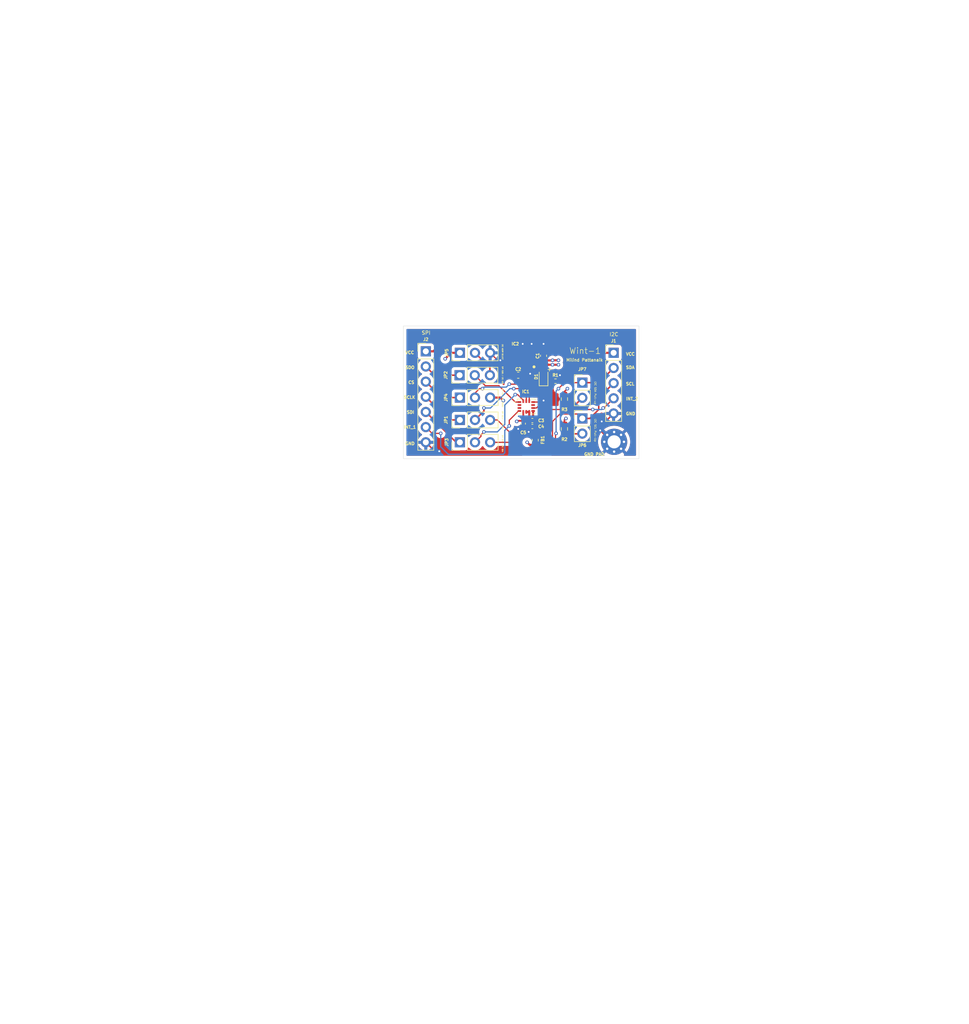
<source format=kicad_pcb>
(kicad_pcb (version 20240108) (generator "pcbnew") (generator_version "8.0")
  (layers (0 "F.Cu" signal) (1 "In1.Cu" signal) (2 "In2.Cu" signal) (31 "B.Cu" signal) (34 "B.Paste" user) (35 "F.Paste" user) (36 "B.SilkS" user "B.Silkscreen") (37 "F.SilkS" user "F.Silkscreen") (38 "B.Mask" user) (39 "F.Mask" user) (44 "Edge.Cuts" user))
  (net 0 "")
  (net 1 "GND")
  (net 2 "+3.3V")
  (net 3 "VCC")
  (net 4 "VDDF")
  (net 5 "Net-(D1-K)")
  (net 6 "I2C_VDDIO {slash} SPI_CS")
  (net 7 "I2C_SDA {slash} SPI_SDI")
  (net 8 "INT_1")
  (net 9 "INT_2 {slash} FSYNC {slash} CLKIN")
  (net 13 "I2C_SCL {slash} SPI_SCLK")
  (net 14 "I2C_AD0 {slash} SPI_SDO")
  (net 16 "I2C_SCL")
  (net 17 "I2C_SDA")
  (net 18 "SPI_SCLK")
  (net 19 "SPI_SDO")
  (net 20 "SPI_CS")
  (net 21 "SPI_SDI")
  (net 22 "I2C_ADO")
  (net 23 "Net-(JP6-B)")
  (net 24 "Net-(JP7-B)")
  (footprint "Connector_PinHeader_2.54mm:PinHeader_1x02_P2.54mm_Vertical" (layer "F.Cu") (at 160.5 98.75)
    (property "Reference" "JP6" (at 0 4.5 0) (layer "F.SilkS") (effects (font (size 0.5 0.5) (thickness 0.125))))
    (property "Value" "Jumper_2_Open")
    (fp_line (start -1.33 -1.33) (end 0 -1.33) (stroke (width 0.12)) (layer "F.SilkS"))
    (fp_line (start -1.33 0) (end -1.33 -1.33) (stroke (width 0.12)) (layer "F.SilkS"))
    (fp_line (start -1.33 1.27) (end -1.33 3.87) (stroke (width 0.12)) (layer "F.SilkS"))
    (fp_line (start -1.33 1.27) (end 1.33 1.27) (stroke (width 0.12)) (layer "F.SilkS"))
    (fp_line (start -1.33 3.87) (end 1.33 3.87) (stroke (width 0.12)) (layer "F.SilkS"))
    (fp_line (start 1.33 1.27) (end 1.33 3.87) (stroke (width 0.12)) (layer "F.SilkS"))
    (pad "1" thru_hole rect (at 0 0) (size 1.7 1.7) (drill 1) (layers "*.Cu" "*.Mask") (net 16 "I2C_SCL"))
    (pad "2" thru_hole oval (at 0 2.54) (size 1.7 1.7) (drill 1) (layers "*.Cu" "*.Mask") (net 23 "Net-(JP6-B)"))
  )
  (footprint "Capacitor_SMD:C_0603_1608Metric" (layer "F.Cu") (at 154 88.25 90)
    (property "Reference" "C1" (at 0 -1 -90) (layer "F.SilkS") (effects (font (size 0.5 0.5) (thickness 0.125))))
    (property "Value" "10uF")
    (fp_line (start -0.14058 -0.51) (end 0.14058 -0.51) (stroke (width 0.12)) (layer "F.SilkS"))
    (fp_line (start -0.14058 0.51) (end 0.14058 0.51) (stroke (width 0.12)) (layer "F.SilkS"))
    (pad "1" smd roundrect (at -0.775 0 90) (size 0.9 0.95) (layers "F.Cu" "F.Paste" "F.Mask") (net 2 "+3.3V"))
    (pad "2" smd roundrect (at 0.775 0 90) (size 0.9 0.95) (layers "F.Cu" "F.Paste" "F.Mask") (net 1 "GND"))
  )
  (footprint "Connector_PinHeader_2.54mm:PinHeader_1x03_P2.54mm_Vertical" (layer "F.Cu") (at 139.96 95.25 90)
    (property "Reference" "JP4" (at 0 -2.33 -90) (layer "F.SilkS") (effects (font (size 0.5 0.5) (thickness 0.125))))
    (property "Value" "Jumper_3_Open")
    (fp_line (start -1.33 -1.33) (end 0 -1.33) (stroke (width 0.12)) (layer "F.SilkS"))
    (fp_line (start -1.33 0) (end -1.33 -1.33) (stroke (width 0.12)) (layer "F.SilkS"))
    (fp_line (start 1.33 1.27) (end 1.33 6.41) (stroke (width 0.12)) (layer "F.SilkS"))
    (fp_line (start -1.33 1.27) (end 1.33 1.27) (stroke (width 0.12)) (layer "F.SilkS"))
    (fp_line (start -1.33 1.27) (end -1.33 6.41) (stroke (width 0.12)) (layer "F.SilkS"))
    (fp_line (start -1.33 6.41) (end 1.33 6.41) (stroke (width 0.12)) (layer "F.SilkS"))
    (pad "1" thru_hole rect (at 0 0 90) (size 1.7 1.7) (drill 1) (layers "*.Cu" "*.Mask") (net 20 "SPI_CS"))
    (pad "2" thru_hole oval (at 0 2.54 90) (size 1.7 1.7) (drill 1) (layers "*.Cu" "*.Mask") (net 6 "I2C_VDDIO {slash} SPI_CS"))
    (pad "3" thru_hole oval (at 0 5.08 90) (size 1.7 1.7) (drill 1) (layers "*.Cu" "*.Mask") (net 2 "+3.3V"))
  )
  (footprint "Connector_PinHeader_2.54mm:PinHeader_1x03_P2.54mm_Vertical" (layer "F.Cu") (at 139.96 87.75 90)
    (property "Reference" "JP5" (at 0 -2.21 -90) (layer "F.SilkS") (effects (font (size 0.5 0.5) (thickness 0.125))))
    (property "Value" "Jumper_3_Open")
    (fp_line (start -1.33 -1.33) (end 0 -1.33) (stroke (width 0.12)) (layer "F.SilkS"))
    (fp_line (start -1.33 0) (end -1.33 -1.33) (stroke (width 0.12)) (layer "F.SilkS"))
    (fp_line (start 1.33 1.27) (end 1.33 6.41) (stroke (width 0.12)) (layer "F.SilkS"))
    (fp_line (start -1.33 1.27) (end 1.33 1.27) (stroke (width 0.12)) (layer "F.SilkS"))
    (fp_line (start -1.33 1.27) (end -1.33 6.41) (stroke (width 0.12)) (layer "F.SilkS"))
    (fp_line (start -1.33 6.41) (end 1.33 6.41) (stroke (width 0.12)) (layer "F.SilkS"))
    (pad "1" thru_hole rect (at 0 0 90) (size 1.7 1.7) (drill 1) (layers "*.Cu" "*.Mask") (net 2 "+3.3V"))
    (pad "2" thru_hole oval (at 0 2.54 90) (size 1.7 1.7) (drill 1) (layers "*.Cu" "*.Mask") (net 22 "I2C_ADO"))
    (pad "3" thru_hole oval (at 0 5.08 90) (size 1.7 1.7) (drill 1) (layers "*.Cu" "*.Mask") (net 1 "GND"))
  )
  (footprint "ICM-42688-P-Mouser:IIM42352" (layer "F.Cu") (at 151.1 96.75)
    (property "Reference" "IC1" (at -0.1 -2.5 0) (layer "F.SilkS") (effects (font (size 0.5 0.5) (thickness 0.125))))
    (property "Value" "ICM-42688-P" (hide yes))
    (fp_line (start -1.9 -0.8) (end -1.9 -0.8) (stroke (width 0.1)) (layer "F.SilkS"))
    (fp_line (start -1.9 -0.7) (end -1.9 -0.7) (stroke (width 0.1)) (layer "F.SilkS"))
    (fp_line (start -1.5 -1.25) (end -0.8 -1.25) (stroke (width 0.1)) (layer "F.SilkS"))
    (fp_line (start -1.5 -1) (end -1.5 -1.25) (stroke (width 0.1)) (layer "F.SilkS"))
    (fp_line (start -1.5 1.1) (end -1.5 1.25) (stroke (width 0.1)) (layer "F.SilkS"))
    (fp_line (start -1.5 1.25) (end -0.8 1.25) (stroke (width 0.1)) (layer "F.SilkS"))
    (fp_line (start 0.8 -1.25) (end 1.5 -1.25) (stroke (width 0.1)) (layer "F.SilkS"))
    (fp_line (start 0.8 1.25) (end 1.5 1.25) (stroke (width 0.1)) (layer "F.SilkS"))
    (fp_line (start 1.5 -1.25) (end 1.5 -1) (stroke (width 0.1)) (layer "F.SilkS"))
    (fp_line (start 1.5 1.25) (end 1.5 1) (stroke (width 0.1)) (layer "F.SilkS"))
    (fp_arc (start -1.9 -0.8) (mid -1.85 -0.75) (end -1.9 -0.7) (stroke (width 0.1)) (layer "F.SilkS"))
    (fp_arc (start -1.9 -0.7) (mid -1.95 -0.75) (end -1.9 -0.8) (stroke (width 0.1)) (layer "F.SilkS"))
    (pad "1" smd rect (at -1.15 -0.75 90) (size 0.3 0.6) (layers "F.Cu" "F.Paste" "F.Mask") (net 14 "I2C_AD0 {slash} SPI_SDO"))
    (pad "2" smd rect (at -1.15 -0.25 90) (size 0.3 0.6) (layers "F.Cu" "F.Paste" "F.Mask"))
    (pad "3" smd rect (at -1.15 0.25 90) (size 0.3 0.6) (layers "F.Cu" "F.Paste" "F.Mask"))
    (pad "4" smd rect (at -1.15 0.75 90) (size 0.3 0.6) (layers "F.Cu" "F.Paste" "F.Mask") (net 8 "INT_1"))
    (pad "5" smd rect (at -0.5 0.9) (size 0.3 0.6) (layers "F.Cu" "F.Paste" "F.Mask") (net 2 "+3.3V"))
    (pad "6" smd rect (at 0 0.9) (size 0.3 0.6) (layers "F.Cu" "F.Paste" "F.Mask") (net 1 "GND"))
    (pad "7" smd rect (at 0.5 0.9) (size 0.3 0.6) (layers "F.Cu" "F.Paste" "F.Mask") (net 1 "GND"))
    (pad "8" smd rect (at 1.15 0.75 90) (size 0.3 0.6) (layers "F.Cu" "F.Paste" "F.Mask") (net 4 "VDDF"))
    (pad "9" smd rect (at 1.15 0.25 90) (size 0.3 0.6) (layers "F.Cu" "F.Paste" "F.Mask") (net 9 "INT_2 {slash} FSYNC {slash} CLKIN"))
    (pad "10" smd rect (at 1.15 -0.25 90) (size 0.3 0.6) (layers "F.Cu" "F.Paste" "F.Mask"))
    (pad "11" smd rect (at 1.15 -0.75 90) (size 0.3 0.6) (layers "F.Cu" "F.Paste" "F.Mask") (net 1 "GND"))
    (pad "12" smd rect (at 0.5 -0.9) (size 0.3 0.6) (layers "F.Cu" "F.Paste" "F.Mask") (net 6 "I2C_VDDIO {slash} SPI_CS"))
    (pad "13" smd rect (at 0 -0.9) (size 0.3 0.6) (layers "F.Cu" "F.Paste" "F.Mask") (net 13 "I2C_SCL {slash} SPI_SCLK"))
    (pad "14" smd rect (at -0.5 -0.9) (size 0.3 0.6) (layers "F.Cu" "F.Paste" "F.Mask") (net 7 "I2C_SDA {slash} SPI_SDI"))
  )
  (footprint "Connector_PinHeader_2.54mm:PinHeader_1x07_P2.54mm_Vertical" (layer "F.Cu") (at 134.25 87.5)
    (property "Reference" "J2" (at 0 -2 0) (layer "F.SilkS") (effects (font (size 0.5 0.5) (thickness 0.125))))
    (property "Value" "Conn_01x07_Pin")
    (fp_line (start -1.33 -1.33) (end 0 -1.33) (stroke (width 0.12)) (layer "F.SilkS"))
    (fp_line (start -1.33 0) (end -1.33 -1.33) (stroke (width 0.12)) (layer "F.SilkS"))
    (fp_line (start -1.33 1.27) (end -1.33 16.57) (stroke (width 0.12)) (layer "F.SilkS"))
    (fp_line (start -1.33 1.27) (end 1.33 1.27) (stroke (width 0.12)) (layer "F.SilkS"))
    (fp_line (start -1.33 16.57) (end 1.33 16.57) (stroke (width 0.12)) (layer "F.SilkS"))
    (fp_line (start 1.33 1.27) (end 1.33 16.57) (stroke (width 0.12)) (layer "F.SilkS"))
    (pad "1" thru_hole rect (at 0 0) (size 1.7 1.7) (drill 1) (layers "*.Cu" "*.Mask") (net 3 "VCC"))
    (pad "2" thru_hole oval (at 0 2.54) (size 1.7 1.7) (drill 1) (layers "*.Cu" "*.Mask") (net 19 "SPI_SDO"))
    (pad "3" thru_hole oval (at 0 5.08) (size 1.7 1.7) (drill 1) (layers "*.Cu" "*.Mask") (net 20 "SPI_CS"))
    (pad "4" thru_hole oval (at 0 7.62) (size 1.7 1.7) (drill 1) (layers "*.Cu" "*.Mask") (net 18 "SPI_SCLK"))
    (pad "5" thru_hole oval (at 0 10.16) (size 1.7 1.7) (drill 1) (layers "*.Cu" "*.Mask") (net 21 "SPI_SDI"))
    (pad "6" thru_hole oval (at 0 12.7) (size 1.7 1.7) (drill 1) (layers "*.Cu" "*.Mask") (net 8 "INT_1"))
    (pad "7" thru_hole oval (at 0 15.24) (size 1.7 1.7) (drill 1) (layers "*.Cu" "*.Mask") (net 1 "GND"))
  )
  (footprint "LED_SMD:LED_0603_1608Metric" (layer "F.Cu") (at 154 91.7875 90)
    (property "Reference" "D1" (at 0.0375 -1.25 -90) (layer "F.SilkS") (effects (font (size 0.5 0.5) (thickness 0.125))))
    (property "Value" "GR")
    (fp_line (start 0.8 -0.735) (end -1.485 -0.735) (stroke (width 0.12)) (layer "F.SilkS"))
    (fp_line (start -1.485 -0.735) (end -1.485 0.735) (stroke (width 0.12)) (layer "F.SilkS"))
    (fp_line (start -1.485 0.735) (end 0.8 0.735) (stroke (width 0.12)) (layer "F.SilkS"))
    (pad "1" smd roundrect (at -0.7875 0 90) (size 0.875 0.95) (layers "F.Cu" "F.Paste" "F.Mask") (net 5 "Net-(D1-K)"))
    (pad "2" smd roundrect (at 0.7875 0 90) (size 0.875 0.95) (layers "F.Cu" "F.Paste" "F.Mask") (net 2 "+3.3V"))
  )
  (footprint "Capacitor_SMD:C_0402_1005Metric" (layer "F.Cu") (at 150.6 99.62 -90)
    (property "Reference" "C5" (at 1.5 0 180) (layer "F.SilkS") (effects (font (size 0.5 0.5) (thickness 0.125))))
    (property "Value" "10nF")
    (fp_line (start -0.107836 0.36) (end 0.107836 0.36) (stroke (width 0.12)) (layer "F.SilkS"))
    (fp_line (start -0.107836 -0.36) (end 0.107836 -0.36) (stroke (width 0.12)) (layer "F.SilkS"))
    (pad "1" smd roundrect (at -0.48 0 270) (size 0.56 0.62) (layers "F.Cu" "F.Paste" "F.Mask") (net 2 "+3.3V"))
    (pad "2" smd roundrect (at 0.48 0 270) (size 0.56 0.62) (layers "F.Cu" "F.Paste" "F.Mask") (net 1 "GND"))
  )
  (footprint "SamacSys_Parts:SON95P300X300X100-7N-D" (layer "F.Cu") (at 150.5 88.45 180)
    (property "Reference" "IC2" (at 1.25 2.2 0) (layer "F.SilkS") (effects (font (size 0.5 0.5) (thickness 0.125))))
    (property "Value" "LD39200PU33R" (hide yes))
    (fp_circle (center -1.9 -1.65) (end -1.9 -1.525) (stroke (width 0.25)) (fill none) (layer "F.SilkS"))
    (pad "1" smd rect (at -1.5 -0.95 270) (size 0.4 0.8) (layers "F.Cu" "F.Paste" "F.Mask") (net 2 "+3.3V"))
    (pad "2" smd rect (at -1.5 0 270) (size 0.4 0.8) (layers "F.Cu" "F.Paste" "F.Mask") (net 2 "+3.3V"))
    (pad "3" smd rect (at -1.5 0.95 270) (size 0.4 0.8) (layers "F.Cu" "F.Paste" "F.Mask") (net 1 "GND"))
    (pad "4" smd rect (at 1.5 0.95 270) (size 0.4 0.8) (layers "F.Cu" "F.Paste" "F.Mask"))
    (pad "5" smd rect (at 1.5 0 270) (size 0.4 0.8) (layers "F.Cu" "F.Paste" "F.Mask") (net 3 "VCC"))
    (pad "6" smd rect (at 1.5 -0.95 270) (size 0.4 0.8) (layers "F.Cu" "F.Paste" "F.Mask") (net 3 "VCC"))
    (pad "7" smd rect (at 0 0 180) (size 1.75 2.5) (layers "F.Cu" "F.Paste" "F.Mask") (net 1 "GND"))
  )
  (footprint "Connector_PinHeader_2.54mm:PinHeader_1x05_P2.54mm_Vertical" (layer "F.Cu") (at 165.75 87.75)
    (property "Reference" "J1" (at 0 -2 0) (layer "F.SilkS") (effects (font (size 0.5 0.5) (thickness 0.125))))
    (property "Value" "Conn_01x05_Pin")
    (fp_line (start -1.33 -1.33) (end 0 -1.33) (stroke (width 0.12)) (layer "F.SilkS"))
    (fp_line (start -1.33 0) (end -1.33 -1.33) (stroke (width 0.12)) (layer "F.SilkS"))
    (fp_line (start -1.33 1.27) (end -1.33 11.49) (stroke (width 0.12)) (layer "F.SilkS"))
    (fp_line (start -1.33 1.27) (end 1.33 1.27) (stroke (width 0.12)) (layer "F.SilkS"))
    (fp_line (start -1.33 11.49) (end 1.33 11.49) (stroke (width 0.12)) (layer "F.SilkS"))
    (fp_line (start 1.33 1.27) (end 1.33 11.49) (stroke (width 0.12)) (layer "F.SilkS"))
    (pad "1" thru_hole rect (at 0 0) (size 1.7 1.7) (drill 1) (layers "*.Cu" "*.Mask") (net 3 "VCC"))
    (pad "2" thru_hole oval (at 0 2.54) (size 1.7 1.7) (drill 1) (layers "*.Cu" "*.Mask") (net 17 "I2C_SDA"))
    (pad "3" thru_hole oval (at 0 5.08) (size 1.7 1.7) (drill 1) (layers "*.Cu" "*.Mask") (net 16 "I2C_SCL"))
    (pad "4" thru_hole oval (at 0 7.62) (size 1.7 1.7) (drill 1) (layers "*.Cu" "*.Mask") (net 9 "INT_2 {slash} FSYNC {slash} CLKIN"))
    (pad "5" thru_hole oval (at 0 10.16) (size 1.7 1.7) (drill 1) (layers "*.Cu" "*.Mask") (net 1 "GND"))
  )
  (footprint "Connector_PinHeader_2.54mm:PinHeader_1x03_P2.54mm_Vertical" (layer "F.Cu") (at 139.96 102.75 90)
    (property "Reference" "JP3" (at 0 -2.21 -90) (layer "F.SilkS") (effects (font (size 0.5 0.5) (thickness 0.125))))
    (property "Value" "Jumper_3_Open")
    (fp_line (start -1.33 -1.33) (end 0 -1.33) (stroke (width 0.12)) (layer "F.SilkS"))
    (fp_line (start -1.33 0) (end -1.33 -1.33) (stroke (width 0.12)) (layer "F.SilkS"))
    (fp_line (start 1.33 1.27) (end 1.33 6.41) (stroke (width 0.12)) (layer "F.SilkS"))
    (fp_line (start -1.33 1.27) (end 1.33 1.27) (stroke (width 0.12)) (layer "F.SilkS"))
    (fp_line (start -1.33 1.27) (end -1.33 6.41) (stroke (width 0.12)) (layer "F.SilkS"))
    (fp_line (start -1.33 6.41) (end 1.33 6.41) (stroke (width 0.12)) (layer "F.SilkS"))
    (pad "1" thru_hole rect (at 0 0 90) (size 1.7 1.7) (drill 1) (layers "*.Cu" "*.Mask") (net 21 "SPI_SDI"))
    (pad "2" thru_hole oval (at 0 2.54 90) (size 1.7 1.7) (drill 1) (layers "*.Cu" "*.Mask") (net 7 "I2C_SDA {slash} SPI_SDI"))
    (pad "3" thru_hole oval (at 0 5.08 90) (size 1.7 1.7) (drill 1) (layers "*.Cu" "*.Mask") (net 17 "I2C_SDA"))
  )
  (footprint "Capacitor_SMD:C_0402_1005Metric" (layer "F.Cu") (at 152.12 99.1 180)
    (property "Reference" "C3" (at -1.48 0 180) (layer "F.SilkS") (effects (font (size 0.5 0.5) (thickness 0.125))))
    (property "Value" "0.1uF")
    (fp_line (start -0.107836 0.36) (end 0.107836 0.36) (stroke (width 0.12)) (layer "F.SilkS"))
    (fp_line (start -0.107836 -0.36) (end 0.107836 -0.36) (stroke (width 0.12)) (layer "F.SilkS"))
    (pad "1" smd roundrect (at -0.48 0 180) (size 0.56 0.62) (layers "F.Cu" "F.Paste" "F.Mask") (net 4 "VDDF"))
    (pad "2" smd roundrect (at 0.48 0 180) (size 0.56 0.62) (layers "F.Cu" "F.Paste" "F.Mask") (net 1 "GND"))
  )
  (footprint "Capacitor_SMD:C_0603_1608Metric" (layer "F.Cu") (at 149.75 91.5)
    (property "Reference" "C2" (at 0 -1 0) (layer "F.SilkS") (effects (font (size 0.5 0.5) (thickness 0.125))))
    (property "Value" "10uF")
    (fp_line (start -0.14058 -0.51) (end 0.14058 -0.51) (stroke (width 0.12)) (layer "F.SilkS"))
    (fp_line (start -0.14058 0.51) (end 0.14058 0.51) (stroke (width 0.12)) (layer "F.SilkS"))
    (pad "1" smd roundrect (at -0.775 0) (size 0.9 0.95) (layers "F.Cu" "F.Paste" "F.Mask") (net 3 "VCC"))
    (pad "2" smd roundrect (at 0.775 0) (size 0.9 0.95) (layers "F.Cu" "F.Paste" "F.Mask") (net 1 "GND"))
  )
  (footprint "Resistor_SMD:R_0603_1608Metric" (layer "F.Cu") (at 157.5 100.5 90)
    (property "Reference" "R2" (at -1.75 0 0) (layer "F.SilkS") (effects (font (size 0.5 0.5) (thickness 0.125))))
    (property "Value" "10k")
    (fp_line (start -0.237258 -0.5225) (end 0.237258 -0.5225) (stroke (width 0.12)) (layer "F.SilkS"))
    (fp_line (start -0.237258 0.5225) (end 0.237258 0.5225) (stroke (width 0.12)) (layer "F.SilkS"))
    (pad "1" smd roundrect (at -0.825 0 90) (size 0.8 0.95) (layers "F.Cu" "F.Paste" "F.Mask") (net 23 "Net-(JP6-B)"))
    (pad "2" smd roundrect (at 0.825 0 90) (size 0.8 0.95) (layers "F.Cu" "F.Paste" "F.Mask") (net 2 "+3.3V"))
  )
  (footprint "Connector_PinHeader_2.54mm:PinHeader_1x03_P2.54mm_Vertical" (layer "F.Cu") (at 139.92 91.5 90)
    (property "Reference" "JP2" (at 0 -2.33 -90) (layer "F.SilkS") (effects (font (size 0.5 0.5) (thickness 0.125))))
    (property "Value" "Jumper_3_Open")
    (fp_line (start -1.33 -1.33) (end 0 -1.33) (stroke (width 0.12)) (layer "F.SilkS"))
    (fp_line (start -1.33 0) (end -1.33 -1.33) (stroke (width 0.12)) (layer "F.SilkS"))
    (fp_line (start 1.33 1.27) (end 1.33 6.41) (stroke (width 0.12)) (layer "F.SilkS"))
    (fp_line (start -1.33 1.27) (end 1.33 1.27) (stroke (width 0.12)) (layer "F.SilkS"))
    (fp_line (start -1.33 1.27) (end -1.33 6.41) (stroke (width 0.12)) (layer "F.SilkS"))
    (fp_line (start -1.33 6.41) (end 1.33 6.41) (stroke (width 0.12)) (layer "F.SilkS"))
    (pad "1" thru_hole rect (at 0 0 90) (size 1.7 1.7) (drill 1) (layers "*.Cu" "*.Mask") (net 19 "SPI_SDO"))
    (pad "2" thru_hole oval (at 0 2.54 90) (size 1.7 1.7) (drill 1) (layers "*.Cu" "*.Mask") (net 14 "I2C_AD0 {slash} SPI_SDO"))
    (pad "3" thru_hole oval (at 0 5.08 90) (size 1.7 1.7) (drill 1) (layers "*.Cu" "*.Mask") (net 22 "I2C_ADO"))
  )
  (footprint "Inductor_SMD:L_0603_1608Metric" (layer "F.Cu") (at 152.6 102.3875 90)
    (property "Reference" "FB1" (at 0.0375 1.25 -90) (layer "F.SilkS") (effects (font (size 0.5 0.5) (thickness 0.125))))
    (property "Value" "FerriteBead_Small")
    (fp_line (start -0.162779 -0.51) (end 0.162779 -0.51) (stroke (width 0.12)) (layer "F.SilkS"))
    (fp_line (start -0.162779 0.51) (end 0.162779 0.51) (stroke (width 0.12)) (layer "F.SilkS"))
    (pad "1" smd roundrect (at -0.7875 0 90) (size 0.875 0.95) (layers "F.Cu" "F.Paste" "F.Mask") (net 2 "+3.3V"))
    (pad "2" smd roundrect (at 0.7875 0 90) (size 0.875 0.95) (layers "F.Cu" "F.Paste" "F.Mask") (net 4 "VDDF"))
  )
  (footprint "Capacitor_SMD:C_0402_1005Metric" (layer "F.Cu") (at 152.12 100.1 180)
    (property "Reference" "C4" (at -1.48 0 180) (layer "F.SilkS") (effects (font (size 0.5 0.5) (thickness 0.125))))
    (property "Value" "2.2uF")
    (fp_line (start -0.107836 0.36) (end 0.107836 0.36) (stroke (width 0.12)) (layer "F.SilkS"))
    (fp_line (start -0.107836 -0.36) (end 0.107836 -0.36) (stroke (width 0.12)) (layer "F.SilkS"))
    (pad "1" smd roundrect (at -0.48 0 180) (size 0.56 0.62) (layers "F.Cu" "F.Paste" "F.Mask") (net 4 "VDDF"))
    (pad "2" smd roundrect (at 0.48 0 180) (size 0.56 0.62) (layers "F.Cu" "F.Paste" "F.Mask") (net 1 "GND"))
  )
  (footprint "Connector_PinHeader_2.54mm:PinHeader_1x02_P2.54mm_Vertical" (layer "F.Cu") (at 160.5 92.75)
    (property "Reference" "JP7" (at 0 -2.25 0) (layer "F.SilkS") (effects (font (size 0.5 0.5) (thickness 0.125))))
    (property "Value" "Jumper_2_Open")
    (fp_line (start -1.33 -1.33) (end 0 -1.33) (stroke (width 0.12)) (layer "F.SilkS"))
    (fp_line (start -1.33 0) (end -1.33 -1.33) (stroke (width 0.12)) (layer "F.SilkS"))
    (fp_line (start -1.33 1.27) (end -1.33 3.87) (stroke (width 0.12)) (layer "F.SilkS"))
    (fp_line (start -1.33 1.27) (end 1.33 1.27) (stroke (width 0.12)) (layer "F.SilkS"))
    (fp_line (start -1.33 3.87) (end 1.33 3.87) (stroke (width 0.12)) (layer "F.SilkS"))
    (fp_line (start 1.33 1.27) (end 1.33 3.87) (stroke (width 0.12)) (layer "F.SilkS"))
    (pad "1" thru_hole rect (at 0 0) (size 1.7 1.7) (drill 1) (layers "*.Cu" "*.Mask") (net 17 "I2C_SDA"))
    (pad "2" thru_hole oval (at 0 2.54) (size 1.7 1.7) (drill 1) (layers "*.Cu" "*.Mask") (net 24 "Net-(JP7-B)"))
  )
  (footprint "Connector_PinHeader_2.54mm:PinHeader_1x03_P2.54mm_Vertical" (layer "F.Cu") (at 139.96 99 90)
    (property "Reference" "JP1" (at 0 -2.33 -90) (layer "F.SilkS") (effects (font (size 0.5 0.5) (thickness 0.125))))
    (property "Value" "Jumper_3_Open")
    (fp_line (start -1.33 -1.33) (end 0 -1.33) (stroke (width 0.12)) (layer "F.SilkS"))
    (fp_line (start -1.33 0) (end -1.33 -1.33) (stroke (width 0.12)) (layer "F.SilkS"))
    (fp_line (start 1.33 1.27) (end 1.33 6.41) (stroke (width 0.12)) (layer "F.SilkS"))
    (fp_line (start -1.33 1.27) (end 1.33 1.27) (stroke (width 0.12)) (layer "F.SilkS"))
    (fp_line (start -1.33 1.27) (end -1.33 6.41) (stroke (width 0.12)) (layer "F.SilkS"))
    (fp_line (start -1.33 6.41) (end 1.33 6.41) (stroke (width 0.12)) (layer "F.SilkS"))
    (pad "1" thru_hole rect (at 0 0 90) (size 1.7 1.7) (drill 1) (layers "*.Cu" "*.Mask") (net 18 "SPI_SCLK"))
    (pad "2" thru_hole oval (at 0 2.54 90) (size 1.7 1.7) (drill 1) (layers "*.Cu" "*.Mask") (net 13 "I2C_SCL {slash} SPI_SCLK"))
    (pad "3" thru_hole oval (at 0 5.08 90) (size 1.7 1.7) (drill 1) (layers "*.Cu" "*.Mask") (net 16 "I2C_SCL"))
  )
  (footprint "Resistor_SMD:R_0402_1005Metric" (layer "F.Cu") (at 156 92.5)
    (property "Reference" "R1" (at 0 -1 0) (layer "F.SilkS") (effects (font (size 0.5 0.5) (thickness 0.125))))
    (property "Value" "2.2k")
    (fp_line (start -0.153641 -0.38) (end 0.153641 -0.38) (stroke (width 0.12)) (layer "F.SilkS"))
    (fp_line (start -0.153641 0.38) (end 0.153641 0.38) (stroke (width 0.12)) (layer "F.SilkS"))
    (pad "1" smd roundrect (at -0.51 0) (size 0.54 0.64) (layers "F.Cu" "F.Paste" "F.Mask") (net 5 "Net-(D1-K)"))
    (pad "2" smd roundrect (at 0.51 0) (size 0.54 0.64) (layers "F.Cu" "F.Paste" "F.Mask") (net 1 "GND"))
  )
  (footprint "MountingHole:MountingHole_2.2mm_M2_Pad_Via" (layer "F.Cu") (at 165.833274 102.666726)
    (property "Reference" "GND PAD" (at -3.333274 2.083274 0) (layer "F.SilkS") (effects (font (size 0.5 0.5) (thickness 0.125))))
    (property "Value" "MountingHole_2.2mm_M2_Pad_Via")
    (pad "1" thru_hole circle (at -1.65 0) (size 0.7 0.7) (drill 0.4) (layers "*.Cu" "*.Mask") (net 1 "GND"))
    (pad "1" thru_hole circle (at -1.166726 -1.166726) (size 0.7 0.7) (drill 0.4) (layers "*.Cu" "*.Mask") (net 1 "GND"))
    (pad "1" thru_hole circle (at -1.166726 1.166726) (size 0.7 0.7) (drill 0.4) (layers "*.Cu" "*.Mask") (net 1 "GND"))
    (pad "1" thru_hole circle (at 0 -1.65) (size 0.7 0.7) (drill 0.4) (layers "*.Cu" "*.Mask") (net 1 "GND"))
    (pad "1" thru_hole circle (at 0 0) (size 4.4 4.4) (drill 2.2) (layers "*.Cu" "*.Mask") (net 1 "GND"))
    (pad "1" thru_hole circle (at 0 1.65) (size 0.7 0.7) (drill 0.4) (layers "*.Cu" "*.Mask") (net 1 "GND"))
    (pad "1" thru_hole circle (at 1.166726 -1.166726) (size 0.7 0.7) (drill 0.4) (layers "*.Cu" "*.Mask") (net 1 "GND"))
    (pad "1" thru_hole circle (at 1.166726 1.166726) (size 0.7 0.7) (drill 0.4) (layers "*.Cu" "*.Mask") (net 1 "GND"))
    (pad "1" thru_hole circle (at 1.65 0) (size 0.7 0.7) (drill 0.4) (layers "*.Cu" "*.Mask") (net 1 "GND"))
  )
  (footprint "Resistor_SMD:R_0603_1608Metric" (layer "F.Cu") (at 157.5 95.5 90)
    (property "Reference" "R3" (at -1.75 0 0) (layer "F.SilkS") (effects (font (size 0.5 0.5) (thickness 0.125))))
    (property "Value" "10k")
    (fp_line (start -0.237258 -0.5225) (end 0.237258 -0.5225) (stroke (width 0.12)) (layer "F.SilkS"))
    (fp_line (start -0.237258 0.5225) (end 0.237258 0.5225) (stroke (width 0.12)) (layer "F.SilkS"))
    (pad "1" smd roundrect (at -0.825 0 90) (size 0.8 0.95) (layers "F.Cu" "F.Paste" "F.Mask") (net 24 "Net-(JP7-B)"))
    (pad "2" smd roundrect (at 0.825 0 90) (size 0.8 0.95) (layers "F.Cu" "F.Paste" "F.Mask") (net 2 "+3.3V"))
  )
  (gr_rect (start 130.5 83.25) (end 170 105.5) (stroke (width 0.05)) (fill none) (layer "Edge.Cuts"))
  (gr_text "SPI SCLK / I2C SCL" (at 147 97.5 270) (layer "F.SilkS") (effects (font (size 0.2 0.2) (thickness 0.05) (bold yes)) (justify left bottom)))
  (gr_text "GND" (at 167.75 98.25 0) (layer "F.SilkS") (effects (font (size 0.5 0.5) (thickness 0.125)) (justify left bottom)))
  (gr_text "I2C SCL Pull-Up" (at 162.5 98.75 270) (layer "F.SilkS") (effects (font (size 0.3 0.3) (thickness 0.05) (bold yes)) (justify left bottom)))
  (gr_text "SPI" (at 133.5 84.75 0) (layer "F.SilkS") (effects (font (size 0.6 0.6) (thickness 0.1) (bold yes)) (justify left bottom)))
  (gr_text "I2C ADDR SELECT" (at 147 86.25 270) (layer "F.SilkS") (effects (font (size 0.2 0.2) (thickness 0.05) (bold yes)) (justify left bottom)))
  (gr_text "+" (at 155 90.5 0) (layer "F.SilkS") (effects (font (size 0.7 0.7) (thickness 0.12) (bold yes))))
  (gr_text "GND" (at 130.75 103.25 0) (layer "F.SilkS") (effects (font (size 0.5 0.5) (thickness 0.125)) (justify left bottom)))
  (gr_text "I2C SDA Pull-up" (at 162.5 92.5 270) (layer "F.SilkS") (effects (font (size 0.3 0.3) (thickness 0.05) (bold yes)) (justify left bottom)))
  (gr_text "VCC" (at 167.75 88.25 0) (layer "F.SilkS") (effects (font (size 0.5 0.5) (thickness 0.125)) (justify left bottom)))
  (gr_text "SPI SDO / I2C AD0" (at 147 90 270) (layer "F.SilkS") (effects (font (size 0.2 0.2) (thickness 0.05) (bold yes)) (justify left bottom)))
  (gr_text "INT_1\n" (at 130.5 100.5 0) (layer "F.SilkS") (effects (font (size 0.5 0.5) (thickness 0.125)) (justify left bottom)))
  (gr_text "SPI SDI / I2C SDA" (at 147 101.5 270) (layer "F.SilkS") (effects (font (size 0.2 0.2) (thickness 0.05) (bold yes)) (justify left bottom)))
  (gr_text "SDA" (at 167.75 90.5 0) (layer "F.SilkS") (effects (font (size 0.5 0.5) (thickness 0.125)) (justify left bottom)))
  (gr_text "SDO" (at 130.75 90.5 0) (layer "F.SilkS") (effects (font (size 0.5 0.5) (thickness 0.125)) (justify left bottom)))
  (gr_text "SPI CS / I2C VDDIO" (at 147 93.75 270) (layer "F.SilkS") (effects (font (size 0.2 0.2) (thickness 0.05) (bold yes)) (justify left bottom)))
  (gr_text "Wint-1" (at 158.25 88 0) (layer "F.SilkS") (effects (font (size 1 1) (thickness 0.1)) (justify left bottom)))
  (gr_text "SDI\n" (at 131 98 0) (layer "F.SilkS") (effects (font (size 0.5 0.5) (thickness 0.125)) (justify left bottom)))
  (gr_text "INT_2" (at 167.75 95.75 0) (layer "F.SilkS") (effects (font (size 0.5 0.5) (thickness 0.125)) (justify left bottom)))
  (gr_text "VCC" (at 130.75 88 0) (layer "F.SilkS") (effects (font (size 0.5 0.5) (thickness 0.125)) (justify left bottom)))
  (gr_text "Milind Pattanaik" (at 157.75 89.25 0) (layer "F.SilkS") (effects (font (size 0.5 0.5) (thickness 0.1)) (justify left bottom)))
  (gr_text "SCL" (at 167.75 93.25 0) (layer "F.SilkS") (effects (font (size 0.5 0.5) (thickness 0.125)) (justify left bottom)))
  (gr_text "I2C" (at 165 85 0) (layer "F.SilkS") (effects (font (size 0.6 0.6) (thickness 0.1) (bold yes)) (justify left bottom)))
  (gr_text "SCLK" (at 130.5 95.5 0) (layer "F.SilkS") (effects (font (size 0.5 0.5) (thickness 0.125)) (justify left bottom)))
  (gr_text "CS" (at 131.25 93 0) (layer "F.SilkS") (effects (font (size 0.5 0.5) (thickness 0.125)) (justify left bottom)))
  (segment (start 134.25 102.74) (end 135.76 104.25) (width 0.25) (layer "F.Cu") (net 1))
  (segment (start 150.525 88.475) (end 150.5 88.45) (width 0.35) (layer "F.Cu") (net 1))
  (segment (start 150.525 91.5) (end 150.525 88.475) (width 0.35) (layer "F.Cu") (net 1))
  (segment (start 156.51 92.5) (end 156.51 91.74) (width 0.25) (layer "F.Cu") (net 1))
  (segment (start 151.45 87.5) (end 150.5 88.45) (width 0.35) (layer "F.Cu") (net 1))
  (segment (start 146.75 89) (end 146.29 89) (width 0.2) (layer "F.Cu") (net 1))
  (segment (start 150.6 100.1) (end 150.15 100.1) (width 0.3) (layer "F.Cu") (net 1))
  (segment (start 151.5 91.5) (end 151.75 91.25) (width 0.35) (layer "F.Cu") (net 1))
  (segment (start 151.64 100.1) (end 151.64 100.86) (width 0.35) (layer "F.Cu") (net 1))
  (segment (start 150.5 88.45) (end 150.5 86.25) (width 0.35) (layer "F.Cu") (net 1))
  (segment (start 150.15 100.1) (end 149.75 100.5) (width 0.3) (layer "F.Cu") (net 1))
  (segment (start 135.76 104.25) (end 136.5 104.25) (width 0.25) (layer "F.Cu") (net 1))
  (segment (start 154 87.475) (end 154 86.25) (width 0.35) (layer "F.Cu") (net 1))
  (segment (start 152.25 96) (end 153.75 96) (width 0.2) (layer "F.Cu") (net 1))
  (segment (start 152 87.5) (end 151.45 87.5) (width 0.35) (layer "F.Cu") (net 1))
  (segment (start 153.75 96) (end 154 95.75) (width 0.2) (layer "F.Cu") (net 1))
  (segment (start 164.41 99.25) (end 163.75 99.25) (width 0.25) (layer "F.Cu") (net 1))
  (segment (start 156.51 91.74) (end 156.75 91.5) (width 0.25) (layer "F.Cu") (net 1))
  (segment (start 151.6 99.06) (end 151.64 99.1) (width 0.2) (layer "F.Cu") (net 1))
  (segment (start 154 87.475) (end 152.025 87.475) (width 0.35) (layer "F.Cu") (net 1))
  (segment (start 151.1 97.65) (end 151.6 97.65) (width 0.35) (layer "F.Cu") (net 1))
  (segment (start 152.025 87.475) (end 152 87.5) (width 0.35) (layer "F.Cu") (net 1))
  (segment (start 152 87.5) (end 152 86.25) (width 0.35) (layer "F.Cu") (net 1))
  (segment (start 151.64 99.1) (end 151.64 100.1) (width 0.35) (layer "F.Cu") (net 1))
  (segment (start 165.75 97.91) (end 164.41 99.25) (width 0.25) (layer "F.Cu") (net 1))
  (segment (start 146.29 89) (end 145.04 87.75) (width 0.2) (layer "F.Cu") (net 1))
  (segment (start 164.25 101.5) (end 163.5 100.75) (width 0.25) (layer "F.Cu") (net 1))
  (segment (start 164.666548 101.5) (end 164.25 101.5) (width 0.2) (layer "F.Cu") (net 1))
  (segment (start 150.525 91.5) (end 151.5 91.5) (width 0.35) (layer "F.Cu") (net 1))
  (segment (start 151.64 100.86) (end 151.5 101) (width 0.35) (layer "F.Cu") (net 1))
  (segment (start 151.6 97.65) (end 151.6 99.06) (width 0.35) (layer "F.Cu") (net 1))
  (via (at 163.75 99.25) (size 0.6) (drill 0.3) (layers "F.Cu" "B.Cu") (net 1))
  (via (at 154 95.75) (size 0.6) (drill 0.3) (layers "F.Cu" "B.Cu") (net 1))
  (via (at 156.75 91.5) (size 0.6) (drill 0.3) (layers "F.Cu" "B.Cu") (net 1))
  (via (at 146.75 89) (size 0.6) (drill 0.3) (layers "F.Cu" "B.Cu") (net 1))
  (via (at 136.5 104.25) (size 0.6) (drill 0.3) (layers "F.Cu" "B.Cu") (net 1))
  (via (at 150.5 86.25) (size 0.6) (drill 0.3) (layers "F.Cu" "B.Cu") (net 1))
  (via (at 151.75 91.25) (size 0.6) (drill 0.3) (layers "F.Cu" "B.Cu") (net 1))
  (via (at 149.75 100.5) (size 0.6) (drill 0.3) (layers "F.Cu" "B.Cu") (net 1))
  (via (at 154 86.25) (size 0.6) (drill 0.3) (layers "F.Cu" "B.Cu") (net 1))
  (via (at 152 86.25) (size 0.6) (drill 0.3) (layers "F.Cu" "B.Cu") (net 1))
  (via (at 163.5 100.75) (size 0.6) (drill 0.3) (layers "F.Cu" "B.Cu") (net 1))
  (via (at 151.5 101) (size 0.6) (drill 0.3) (layers "F.Cu" "B.Cu") (net 1))
  (segment (start 155.5 89.75) (end 156.5 89.75) (width 0.35) (layer "F.Cu") (net 2))
  (segment (start 146.75 95.25) (end 147.25 95.75) (width 0.35) (layer "F.Cu") (net 2))
  (segment (start 151.675 103.175) (end 151.25 102.75) (width 0.35) (layer "F.Cu") (net 2))
  (segment (start 149.61 99.14) (end 149.5 99.25) (width 0.3) (layer "F.Cu") (net 2))
  (segment (start 157.5 99) (end 157.5 99.675) (width 0.25) (layer "F.Cu") (net 2))
  (segment (start 138.5 87.75) (end 137.5 88.75) (width 0.35) (layer "F.Cu") (net 2))
  (segment (start 154 89.025) (end 155.475 89.025) (width 0.35) (layer "F.Cu") (net 2))
  (segment (start 153.625 89.4) (end 154 89.025) (width 0.35) (layer "F.Cu") (net 2))
  (segment (start 157.5 94.675) (end 157.5 94.25) (width 0.25) (layer "F.Cu") (net 2))
  (segment (start 139.96 87.75) (end 138.5 87.75) (width 0.35) (layer "F.Cu") (net 2))
  (segment (start 150.6 99.14) (end 149.61 99.14) (width 0.3) (layer "F.Cu") (net 2))
  (segment (start 152 89.4) (end 153.625 89.4) (width 0.35) (layer "F.Cu") (net 2))
  (segment (start 154.75 89.75) (end 155.5 89.75) (width 0.35) (layer "F.Cu") (net 2))
  (segment (start 145.04 95.25) (end 146.75 95.25) (width 0.35) (layer "F.Cu") (net 2))
  (segment (start 157.5 94.25) (end 158 93.75) (width 0.25) (layer "F.Cu") (net 2))
  (segment (start 155.475 89.025) (end 155.5 89) (width 0.35) (layer "F.Cu") (net 2))
  (segment (start 152 88.45) (end 152 89.4) (width 0.35) (layer "F.Cu") (net 2))
  (segment (start 154 89.025) (end 154.025 89.025) (width 0.35) (layer "F.Cu") (net 2))
  (segment (start 155.5 89) (end 156.5 89) (width 0.35) (layer "F.Cu") (net 2))
  (segment (start 150.6 97.65) (end 150.6 99.14) (width 0.3) (layer "F.Cu") (net 2))
  (segment (start 154.025 89.025) (end 154.75 89.75) (width 0.35) (layer "F.Cu") (net 2))
  (segment (start 154 89.025) (end 154 91) (width 0.35) (layer "F.Cu") (net 2))
  (segment (start 157.75 98.75) (end 157.5 99) (width 0.25) (layer "F.Cu") (net 2))
  (segment (start 152.6 103.175) (end 151.675 103.175) (width 0.35) (layer "F.Cu") (net 2))
  (via (at 155.5 89) (size 0.6) (drill 0.3) (layers "F.Cu" "B.Cu") (net 2))
  (via (at 158 93.75) (size 0.6) (drill 0.3) (layers "F.Cu" "B.Cu") (net 2))
  (via (at 155.5 89.75) (size 0.6) (drill 0.3) (layers "F.Cu" "B.Cu") (net 2))
  (via (at 149.5 99.25) (size 0.6) (drill 0.3) (layers "F.Cu" "B.Cu") (net 2))
  (via (at 156.5 89) (size 0.6) (drill 0.3) (layers "F.Cu" "B.Cu") (net 2))
  (via (at 151.25 102.75) (size 0.6) (drill 0.3) (layers "F.Cu" "B.Cu") (net 2))
  (via (at 137.5 88.75) (size 0.6) (drill 0.3) (layers "F.Cu" "B.Cu") (net 2))
  (via (at 156.5 89.75) (size 0.6) (drill 0.3) (layers "F.Cu" "B.Cu") (net 2))
  (via (at 147.25 95.75) (size 0.6) (drill 0.3) (layers "F.Cu" "B.Cu") (net 2))
  (via (at 157.75 98.75) (size 0.6) (drill 0.3) (layers "F.Cu" "B.Cu") (net 2))
  (segment (start 165.75 87.75) (end 160.5 87.75) (width 0.35) (layer "F.Cu") (net 3))
  (segment (start 137.5 85.5) (end 146.75 85.5) (width 0.35) (layer "F.Cu") (net 3))
  (segment (start 149 89.4) (end 149 91.475) (width 0.35) (layer "F.Cu") (net 3))
  (segment (start 146.75 85.5) (end 147.25 86) (width 0.35) (layer "F.Cu") (net 3))
  (segment (start 149 91.475) (end 148.975 91.5) (width 0.2) (layer "F.Cu") (net 3))
  (segment (start 160.5 87.75) (end 158 85.25) (width 0.35) (layer "F.Cu") (net 3))
  (segment (start 158 85.25) (end 148.5 85.25) (width 0.35) (layer "F.Cu") (net 3))
  (segment (start 147.25 88) (end 148.65 89.4) (width 0.35) (layer "F.Cu") (net 3))
  (segment (start 148 85.75) (end 148 87.7) (width 0.35) (layer "F.Cu") (net 3))
  (segment (start 135.5 87.5) (end 137.5 85.5) (width 0.35) (layer "F.Cu") (net 3))
  (segment (start 149 88.45) (end 149 89.4) (width 0.35) (layer "F.Cu") (net 3))
  (segment (start 148.5 85.25) (end 148 85.75) (width 0.35) (layer "F.Cu") (net 3))
  (segment (start 148 87.7) (end 148.75 88.45) (width 0.35) (layer "F.Cu") (net 3))
  (segment (start 148.65 89.4) (end 149 89.4) (width 0.35) (layer "F.Cu") (net 3))
  (segment (start 148.75 88.45) (end 149 88.45) (width 0.35) (layer "F.Cu") (net 3))
  (segment (start 147.25 86) (end 147.25 88) (width 0.35) (layer "F.Cu") (net 3))
  (segment (start 134.25 87.5) (end 135.5 87.5) (width 0.35) (layer "F.Cu") (net 3))
  (segment (start 149 88.45) (end 148.95 88.5) (width 0.35) (layer "F.Cu") (net 3))
  (segment (start 152.6 100.1) (end 152.6 101.6) (width 0.35) (layer "F.Cu") (net 4))
  (segment (start 152.25 98.75) (end 152.6 99.1) (width 0.35) (layer "F.Cu") (net 4))
  (segment (start 152.25 97.5) (end 152.25 98.75) (width 0.35) (layer "F.Cu") (net 4))
  (segment (start 152.6 99.1) (end 152.6 100.1) (width 0.35) (layer "F.Cu") (net 4))
  (segment (start 155.415 92.575) (end 155.49 92.5) (width 0.2) (layer "F.Cu") (net 5))
  (segment (start 154 92.575) (end 155.415 92.575) (width 0.35) (layer "F.Cu") (net 5))
  (segment (start 150.5 93) (end 151.6 94.1) (width 0.2) (layer "F.Cu") (net 6))
  (segment (start 143.25 93.75) (end 142.5 94.5) (width 0.2) (layer "F.Cu") (net 6))
  (segment (start 143.75 93.75) (end 143.25 93.75) (width 0.2) (layer "F.Cu") (net 6))
  (segment (start 148.25 93) (end 150.5 93) (width 0.2) (layer "F.Cu") (net 6))
  (segment (start 151.6 94.1) (end 151.6 95.85) (width 0.2) (layer "F.Cu") (net 6))
  (segment (start 142.5 94.5) (end 142.5 95.25) (width 0.2) (layer "F.Cu") (net 6))
  (via (at 148.25 93) (size 0.6) (drill 0.3) (layers "F.Cu" "B.Cu") (net 6))
  (via (at 143.75 93.75) (size 0.6) (drill 0.3) (layers "F.Cu" "B.Cu") (net 6))
  (segment (start 144 93.5) (end 143.75 93.75) (width 0.2) (layer "B.Cu") (net 6))
  (segment (start 148.25 93) (end 147.75 93.5) (width 0.2) (layer "B.Cu") (net 6))
  (segment (start 147.75 93.5) (end 144 93.5) (width 0.2) (layer "B.Cu") (net 6))
  (segment (start 150.6 95.85) (end 150.6 95.7) (width 0.2) (layer "F.Cu") (net 7))
  (segment (start 149.65 94.75) (end 149.25 94.75) (width 0.2) (layer "F.Cu") (net 7))
  (segment (start 143.5 101.75) (end 142.5 102.75) (width 0.2) (layer "F.Cu") (net 7))
  (segment (start 143.5 101.5) (end 143.5 101.75) (width 0.2) (layer "F.Cu") (net 7))
  (segment (start 150.6 95.7) (end 149.65 94.75) (width 0.2) (layer "F.Cu") (net 7))
  (segment (start 144 101) (end 143.5 101.5) (width 0.2) (layer "F.Cu") (net 7))
  (via (at 149.25 94.75) (size 0.6) (drill 0.3) (layers "F.Cu" "B.Cu") (net 7))
  (via (at 144 101) (size 0.6) (drill 0.3) (layers "F.Cu" "B.Cu") (net 7))
  (segment (start 144 101) (end 146.25 101) (width 0.2) (layer "B.Cu") (net 7))
  (segment (start 147.5 99.75) (end 147.5 96.5) (width 0.2) (layer "B.Cu") (net 7))
  (segment (start 147.5 96.5) (end 149.25 94.75) (width 0.2) (layer "B.Cu") (net 7))
  (segment (start 146.25 101) (end 147.5 99.75) (width 0.2) (layer "B.Cu") (net 7))
  (segment (start 135.3 101.25) (end 134.25 100.2) (width 0.2) (layer "F.Cu") (net 8))
  (segment (start 136.75 101.25) (end 135.3 101.25) (width 0.2) (layer "F.Cu") (net 8))
  (segment (start 149.95 97.5) (end 149.8 97.5) (width 0.2) (layer "F.Cu") (net 8))
  (segment (start 148.25 99.05) (end 148.25 100) (width 0.2) (layer "F.Cu") (net 8))
  (segment (start 149.8 97.5) (end 148.25 99.05) (width 0.2) (layer "F.Cu") (net 8))
  (via (at 136.75 101.25) (size 0.6) (drill 0.3) (layers "F.Cu" "B.Cu") (net 8))
  (via (at 148.25 100) (size 0.6) (drill 0.3) (layers "F.Cu" "B.Cu") (net 8))
  (segment (start 147.5 100.75) (end 147.5 104.5) (width 0.2) (layer "B.Cu") (net 8))
  (segment (start 138 104.75) (end 136.75 103.5) (width 0.2) (layer "B.Cu") (net 8))
  (segment (start 147.25 104.75) (end 138 104.75) (width 0.2) (layer "B.Cu") (net 8))
  (segment (start 147.5 104.5) (end 147.25 104.75) (width 0.2) (layer "B.Cu") (net 8))
  (segment (start 148.25 100) (end 147.5 100.75) (width 0.2) (layer "B.Cu") (net 8))
  (segment (start 136.75 103.5) (end 136.75 101.25) (width 0.2) (layer "B.Cu") (net 8))
  (segment (start 153.05 96.75) (end 154.75 96.75) (width 0.2) (layer "F.Cu") (net 9))
  (segment (start 164 97) (end 164.12 97) (width 0.2) (layer "F.Cu") (net 9))
  (segment (start 164.12 97) (end 165.75 95.37) (width 0.2) (layer "F.Cu") (net 9))
  (segment (start 154.75 96.75) (end 155.25 97.25) (width 0.2) (layer "F.Cu") (net 9))
  (segment (start 152.8 97) (end 153.05 96.75) (width 0.2) (layer "F.Cu") (net 9))
  (segment (start 152.25 97) (end 152.8 97) (width 0.2) (layer "F.Cu") (net 9))
  (segment (start 155.25 97.25) (end 162.25 97.25) (width 0.2) (layer "F.Cu") (net 9))
  (via (at 162.25 97.25) (size 0.6) (drill 0.3) (layers "F.Cu" "B.Cu") (net 9))
  (via (at 164 97) (size 0.6) (drill 0.3) (layers "F.Cu" "B.Cu") (net 9))
  (segment (start 163.75 97.25) (end 164 97) (width 0.2) (layer "B.Cu") (net 9))
  (segment (start 162.25 97.25) (end 163.75 97.25) (width 0.2) (layer "B.Cu") (net 9))
  (segment (start 144 97.5) (end 142.5 99) (width 0.25) (layer "F.Cu") (net 13))
  (segment (start 149 93.75) (end 150.5 93.75) (width 0.2) (layer "F.Cu") (net 13))
  (segment (start 144 97) (end 144 97.5) (width 0.25) (layer "F.Cu") (net 13))
  (segment (start 151.1 94.35) (end 151.1 95.85) (width 0.2) (layer "F.Cu") (net 13))
  (segment (start 150.5 93.75) (end 151.1 94.35) (width 0.2) (layer "F.Cu") (net 13))
  (via (at 149 93.75) (size 0.6) (drill 0.3) (layers "F.Cu" "B.Cu") (net 13))
  (via (at 144 97) (size 0.6) (drill 0.3) (layers "F.Cu" "B.Cu") (net 13))
  (segment (start 145.098529 97) (end 144 97) (width 0.2) (layer "B.Cu") (net 13))
  (segment (start 148.348529 93.75) (end 145.098529 97) (width 0.2) (layer "B.Cu") (net 13))
  (segment (start 149 93.75) (end 148.348529 93.75) (width 0.2) (layer "B.Cu") (net 13))
  (segment (start 149.25 96) (end 146.5 93.25) (width 0.2) (layer "F.Cu") (net 14))
  (segment (start 149.95 96) (end 149.25 96) (width 0.2) (layer "F.Cu") (net 14))
  (segment (start 144.21 93.25) (end 142.46 91.5) (width 0.2) (layer "F.Cu") (net 14))
  (segment (start 146.5 93.25) (end 144.21 93.25) (width 0.2) (layer "F.Cu") (net 14))
  (segment (start 160.5 98.75) (end 161.75 98.75) (width 0.25) (layer "F.Cu") (net 16))
  (segment (start 151.5 104.25) (end 154.25 104.25) (width 0.2) (layer "F.Cu") (net 16))
  (segment (start 163.25 95.33) (end 165.75 92.83) (width 0.25) (layer "F.Cu") (net 16))
  (segment (start 145.04 99) (end 146.25 99) (width 0.2) (layer "F.Cu") (net 16))
  (segment (start 159.75 98) (end 160.5 98.75) (width 0.2) (layer "F.Cu") (net 16))
  (segment (start 154.25 104.25) (end 155.5 103) (width 0.2) (layer "F.Cu") (net 16))
  (segment (start 161.75 98.75) (end 163.25 97.25) (width 0.25) (layer "F.Cu") (net 16))
  (segment (start 156.75 98) (end 159.75 98) (width 0.2) (layer "F.Cu") (net 16))
  (segment (start 165 92.75) (end 165.25 93) (width 0.25) (layer "F.Cu") (net 16))
  (segment (start 163.25 97.25) (end 163.25 95.33) (width 0.25) (layer "F.Cu") (net 16))
  (segment (start 146.25 99) (end 151.5 104.25) (width 0.2) (layer "F.Cu") (net 16))
  (segment (start 155.5 103) (end 155.5 99.25) (width 0.2) (layer "F.Cu") (net 16))
  (segment (start 155.5 99.25) (end 156.75 98) (width 0.2) (layer "F.Cu") (net 16))
  (segment (start 156 103.25) (end 156 101.35) (width 0.2) (layer "F.Cu") (net 17))
  (segment (start 145.04 102.75) (end 149.25 102.75) (width 0.2) (layer "F.Cu") (net 17))
  (segment (start 156.5 93.75) (end 157.5 92.75) (width 0.2) (layer "F.Cu") (net 17))
  (segment (start 150 103.5) (end 150.25 103.75) (width 0.2) (layer "F.Cu") (net 17))
  (segment (start 163.29 92.75) (end 165.75 90.29) (width 0.25) (layer "F.Cu") (net 17))
  (segment (start 149.25 102.75) (end 150 103.5) (width 0.2) (layer "F.Cu") (net 17))
  (segment (start 154.75 104.5) (end 156 103.25) (width 0.2) (layer "F.Cu") (net 17))
  (segment (start 157.5 92.75) (end 160.5 92.75) (width 0.2) (layer "F.Cu") (net 17))
  (segment (start 150.25 103.75) (end 151.25 104.75) (width 0.2) (layer "F.Cu") (net 17))
  (segment (start 160.5 92.75) (end 163.29 92.75) (width 0.25) (layer "F.Cu") (net 17))
  (segment (start 154.5 104.75) (end 154.75 104.5) (width 0.2) (layer "F.Cu") (net 17))
  (segment (start 156 101.35) (end 156.1 101.25) (width 0.2) (layer "F.Cu") (net 17))
  (segment (start 151.25 104.75) (end 154.5 104.75) (width 0.2) (layer "F.Cu") (net 17))
  (via (at 156.5 93.75) (size 0.6) (drill 0.3) (layers "F.Cu" "B.Cu") (net 17))
  (via (at 156.1 101.25) (size 0.6) (drill 0.3) (layers "F.Cu" "B.Cu") (net 17))
  (segment (start 156.1 94.15) (end 156.5 93.75) (width 0.2) (layer "B.Cu") (net 17))
  (segment (start 156.1 101.25) (end 156.1 94.15) (width 0.2) (layer "B.Cu") (net 17))
  (segment (start 138.13 99) (end 139.96 99) (width 0.25) (layer "F.Cu") (net 18))
  (segment (start 134.25 95.12) (end 138.13 99) (width 0.25) (layer "F.Cu") (net 18))
  (segment (start 134.25 90.04) (end 135.71 91.5) (width 0.25) (layer "F.Cu") (net 19))
  (segment (start 135.71 91.5) (end 139.92 91.5) (width 0.25) (layer "F.Cu") (net 19))
  (segment (start 136.92 95.25) (end 139.96 95.25) (width 0.25) (layer "F.Cu") (net 20))
  (segment (start 134.25 92.58) (end 136.92 95.25) (width 0.25) (layer "F.Cu") (net 20))
  (segment (start 134.25 97.66) (end 139.34 102.75) (width 0.25) (layer "F.Cu") (net 21))
  (segment (start 139.34 102.75) (end 139.96 102.75) (width 0.25) (layer "F.Cu") (net 21))
  (segment (start 142.5 87.75) (end 145 90.25) (width 0.25) (layer "F.Cu") (net 22))
  (segment (start 145 90.25) (end 145 91.5) (width 0.25) (layer "F.Cu") (net 22))
  (segment (start 157.5 101.325) (end 160.465 101.325) (width 0.25) (layer "F.Cu") (net 23))
  (segment (start 160.465 101.325) (end 160.5 101.29) (width 0.25) (layer "F.Cu") (net 23))
  (segment (start 157.5 96.325) (end 159.465 96.325) (width 0.25) (layer "F.Cu") (net 24))
  (segment (start 159.465 96.325) (end 160.5 95.29) (width 0.25) (layer "F.Cu") (net 24))
  (zone (net 1) (net_name "GND") (layer "F.Cu") (connect_pads (clearance 0.5)) (min_thickness 0.25) (fill yes (thermal_gap 0.5) (thermal_bridge_width 0.5))
    (polygon (pts (xy 129.5 82) (xy 128.5 106.75) (xy 171.5 106) (xy 171.5 82)))
  )
  (zone (net 0) (net_name "") (layers "F.Cu" "In1.Cu" "In2.Cu" "B.Cu") (connect_pads (clearance 0)) (min_thickness 0.25)
    (keepout (tracks allowed) (vias allowed) (pads allowed) (copperpour not_allowed) (footprints allowed))
    (fill (thermal_gap 0.5) (thermal_bridge_width 0.5))
    (polygon (pts (xy 149.25 95.25) (xy 149.25 98.25) (xy 153 98.25) (xy 153 95.25)))
  )
  (zone (net 1) (net_name "GND") (layer "B.Cu") (priority 3) (connect_pads (clearance 0.5)) (min_thickness 0.25) (fill yes (thermal_gap 0.5) (thermal_bridge_width 0.5))
    (polygon (pts (xy 129.5 82) (xy 128.5 106.5) (xy 171.5 106) (xy 171.5 82)))
  )
)
</source>
